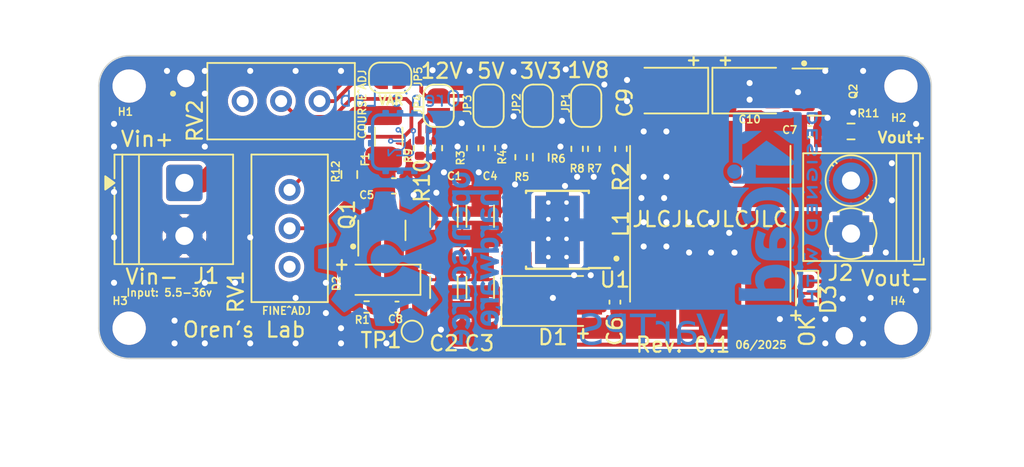
<source format=kicad_pcb>
(kicad_pcb (version 20241229) (generator "pcbnew") (generator_version "9.0")
  (title_block (title "TPS5430") (date "2021-07-17") (rev "1.1.1") (company "Max Stabel") (comment 1 "https://github.com/M4a1x/TPS5430"))
  (layers (0 "F.Cu" signal) (2 "B.Cu" signal) (13 "F.Paste" user) (15 "B.Paste" user) (5 "F.SilkS" user "F.Silkscreen") (7 "B.SilkS" user "B.Silkscreen") (1 "F.Mask" user) (3 "B.Mask" user) (25 "Edge.Cuts" user))
  (net 0 "")
  (net 1 "VCC")
  (net 2 "GND")
  (net 3 "Net-(Q1-D)")
  (net 4 "Net-(U1-BOOT)")
  (net 5 "Net-(D1-K)")
  (net 6 "VDD")
  (net 7 "Net-(D2-A)")
  (net 8 "/Feedback")
  (net 9 "Net-(D3-K)")
  (net 10 "Net-(JP1-A)")
  (net 11 "Net-(R5-Pad2)")
  (net 12 "Net-(JP2-A)")
  (net 13 "Net-(JP3-A)")
  (net 14 "Net-(JP4-A)")
  (net 15 "Net-(JP5-A)")
  (net 16 "Net-(R10-Pad1)")
  (net 17 "Net-(Q2-E)")
  (net 18 "Net-(R12-Pad1)")
  (net 19 "Net-(RV1-Pad1)")
  (net 25 "VDC")
  (footprint "Diode_SMD:D_SMA" (layer "F.Cu") (at 177 92.2)
    (property "Reference" "D1")
    (property "Value" "SS34")
  )
  (footprint "Capacitor_Tantalum_SMD:CP_EIA-3528-21_Kemet-B" (layer "F.Cu") (at 190 78.3)
    (property "Reference" "C10")
    (property "Value" "100u/6.3V")
  )
  (footprint "Jumper:SolderJumper-2_P1.3mm_Open_RoundedPad1.0x1.5mm" (layer "F.Cu") (at 166.25 77.45)
    (property "Reference" "JP5")
    (property "Value" "SolderJumper")
  )
  (footprint "Package_TO_SOT_SMD:SOT-23" (layer "F.Cu") (at 165.7 87.5375 90)
    (property "Reference" "Q1")
    (property "Value" "AO3401A")
  )
  (footprint "Jumper:SolderJumper-2_P1.3mm_Open_RoundedPad1.0x1.5mm" (layer "F.Cu") (at 169.45 79.3 90)
    (property "Reference" "JP4")
    (property "Value" "SolderJumper")
  )
  (footprint "Resistor_SMD:R_0603_1608Metric" (layer "F.Cu") (at 163.55 83.85 90)
    (property "Reference" "R12")
    (property "Value" "390")
  )
  (footprint "Capacitor_SMD:C_0402_1005Metric" (layer "F.Cu") (at 181.1 92.28 -90)
    (property "Reference" "C6")
    (property "Value" "10n")
  )
  (footprint "Potentiometer_THT:Potentiometer_Bourns_3296W_Vertical" (layer "F.Cu") (at 161.58 78.995)
    (property "Reference" "RV2")
    (property "Value" "10k")
  )
  (footprint "Capacitor_SMD:C_0402_1005Metric" (layer "F.Cu") (at 166.7 92.6)
    (property "Reference" "C8")
    (property "Value" "4n7/50V")
  )
  (footprint "MountingHole:MountingHole_2.2mm_M2_ISO7380" (layer "F.Cu") (at 200 94)
    (property "Reference" "H4")
    (property "Value" "MountingHole")
  )
  (footprint "Diode_SMD:D_MiniMELF" (layer "F.Cu") (at 165.7 90.8 180)
    (property "Reference" "D2")
    (property "Value" "ZMM5V6")
  )
  (footprint "Capacitor_SMD:C_0603_1608Metric" (layer "F.Cu") (at 166.5 84.6)
    (property "Reference" "C5")
    (property "Value" "100n/50V")
  )
  (footprint "Jumper:SolderJumper-2_P1.3mm_Open_RoundedPad1.0x1.5mm" (layer "F.Cu") (at 176 79.3 90)
    (property "Reference" "JP2")
    (property "Value" "SolderJumper")
  )
  (footprint "Resistor_SMD:R_0402_1005Metric" (layer "F.Cu") (at 171.7 82.1 -90)
    (property "Reference" "R3")
    (property "Value" "3k3")
  )
  (footprint "Capacitor_SMD:C_1206_3216Metric" (layer "F.Cu") (at 172.2 86.6 90)
    (property "Reference" "C4")
    (property "Value" "10u/50V")
  )
  (footprint "Resistor_SMD:R_0402_1005Metric" (layer "F.Cu") (at 179.7 82.15 -90)
    (property "Reference" "R7")
    (property "Value" "22k")
  )
  (footprint "Resistor_SMD:R_0402_1005Metric" (layer "F.Cu") (at 169.3 82.1 90)
    (property "Reference" "R10")
    (property "Value" "120")
  )
  (footprint "Jumper:SolderJumper-2_P1.3mm_Open_RoundedPad1.0x1.5mm" (layer "F.Cu") (at 172.75 79.3 90)
    (property "Reference" "JP3")
    (property "Value" "SolderJumper")
  )
  (footprint "footprints:Orens_Lab_Logo_5x5mm.kicad_sym" (layer "F.Cu") (at 166.731079 81.695559)
    (property "Reference" "Logo" (hide yes))
    (property "Value" "LOGO" (hide yes))
  )
  (footprint "Package_SO:TI_SO-PowerPAD-8_ThermalVias" (layer "F.Cu") (at 177.3 87.5 180)
    (property "Reference" "U1")
    (property "Value" "TPS5430DDA")
  )
  (footprint "Potentiometer_THT:Potentiometer_Bourns_3296W_Vertical" (layer "F.Cu") (at 159.6 84.86 90)
    (property "Reference" "RV1")
    (property "Value" "1k")
  )
  (footprint "Resistor_SMD:R_0603_1608Metric" (layer "F.Cu") (at 196.7 81)
    (property "Reference" "R11")
    (property "Value" "10k")
  )
  (footprint "Capacitor_SMD:C_1206_3216Metric" (layer "F.Cu") (at 172.2 91.3 -90)
    (property "Reference" "C3")
    (property "Value" "10u/50V")
  )
  (footprint "Capacitor_SMD:C_1206_3216Metric" (layer "F.Cu") (at 169.8 86.6 90)
    (property "Reference" "C1")
    (property "Value" "10u/50V")
  )
  (footprint "MountingHole:MountingHole_2.2mm_M2_ISO7380" (layer "F.Cu") (at 149 78)
    (property "Reference" "H1")
    (property "Value" "MountingHole")
  )
  (footprint "TestPoint:TestPoint_Pad_D1.0mm" (layer "F.Cu") (at 167.7 94.2)
    (property "Reference" "TP1")
    (property "Value" "TestPoint")
  )
  (footprint "Capacitor_SMD:C_1206_3216Metric" (layer "F.Cu") (at 169.8 91.3 -90)
    (property "Reference" "C2")
    (property "Value" "10u/50V")
  )
  (footprint "tps5430:L_Sunlord_MWSA1004S_10x11.5x4mm" (layer "F.Cu") (at 187.4 87.1 90)
    (property "Reference" "L1")
    (property "Value" "47u")
  )
  (footprint "Resistor_SMD:R_0402_1005Metric" (layer "F.Cu") (at 172.8 82.1 -90)
    (property "Reference" "R4")
    (property "Value" "150k")
  )
  (footprint "tps5430:ToolingHole_1.152mm" (layer "F.Cu") (at 152.75 77.5)
    (property "Reference" "REF**")
    (property "Value" "ToolingHole_1.152mm")
  )
  (footprint "MountingHole:MountingHole_2.2mm_M2_ISO7380" (layer "F.Cu") (at 200 78)
    (property "Reference" "H2")
    (property "Value" "MountingHole")
  )
  (footprint "Resistor_SMD:R_0402_1005Metric" (layer "F.Cu") (at 164.69 92.6 180)
    (property "Reference" "R1")
    (property "Value" "100k")
  )
  (footprint "Resistor_SMD:R_0402_1005Metric" (layer "F.Cu") (at 178.6 82.15 -90)
    (property "Reference" "R8")
    (property "Value" "470k")
  )
  (footprint "tps5430:ToolingHole_1.152mm" (layer "F.Cu") (at 196.25 94.5)
    (property "Reference" "REF**")
    (property "Value" "ToolingHole_1.152mm")
  )
  (footprint "Capacitor_SMD:C_0402_1005Metric" (layer "F.Cu") (at 194 81)
    (property "Reference" "C7")
    (property "Value" "10u/6.3V")
  )
  (footprint "Resistor_SMD:R_0402_1005Metric" (layer "F.Cu") (at 174.9 82.7 -90)
    (property "Reference" "R5")
    (property "Value" "5k6")
  )
  (footprint "TerminalBlock_Phoenix:TerminalBlock_Phoenix_PT-1,5-2-3.5-H_1x02_P3.50mm_Horizontal" (layer "F.Cu") (at 152.65 84.4 -90)
    (property "Reference" "J1")
    (property "Value" "Screw_Terminal_01x02")
  )
  (footprint "Jumper:SolderJumper-2_P1.3mm_Open_RoundedPad1.0x1.5mm" (layer "F.Cu") (at 179.2 79.3 90)
    (property "Reference" "JP1")
    (property "Value" "SolderJumper")
  )
  (footprint "Package_TO_SOT_SMD:SOT-23" (layer "F.Cu") (at 194.5 78.4)
    (property "Reference" "Q2")
    (property "Value" "MMBT3904")
  )
  (footprint "TerminalBlock_Phoenix:TerminalBlock_Phoenix_PT-1,5-2-3.5-H_1x02_P3.50mm_Horizontal" (layer "F.Cu") (at 196.7 87.75 90)
    (property "Reference" "J2")
    (property "Value" "Screw_Terminal_01x02")
  )
  (footprint "Resistor_SMD:R_0402_1005Metric" (layer "F.Cu") (at 181.5 82.15 90)
    (property "Reference" "R2")
    (property "Value" "10k")
  )
  (footprint "Resistor_SMD:R_0402_1005Metric" (layer "F.Cu") (at 168.2 82.1 -90)
    (property "Reference" "R9")
    (property "Value" "1k")
  )
  (footprint "Capacitor_Tantalum_SMD:CP_EIA-3528-21_Kemet-B" (layer "F.Cu") (at 184.8 78.3 180)
    (property "Reference" "C9")
    (property "Value" "100u/6.3V")
  )
  (footprint "MountingHole:MountingHole_2.2mm_M2_ISO7380" (layer "F.Cu") (at 149 94)
    (property "Reference" "H3")
    (property "Value" "MountingHole")
  )
  (footprint "Fuse:Fuse_1206_3216Metric" (layer "F.Cu") (at 166.15 81.35 -90)
    (property "Reference" "F1")
    (property "Value" "Polyfuse")
  )
  (footprint "Resistor_SMD:R_0603_1608Metric" (layer "F.Cu") (at 176.2 82.7 90)
    (property "Reference" "R6")
    (property "Value" "270")
  )
  (footprint "LED_SMD:LED_0603_1608Metric" (layer "F.Cu") (at 193.8 91.7 -90)
    (property "Reference" "D3")
    (property "Value" "LED")
  )
  (footprint "Symbol:OSHW-Logo_11.4x12mm_Copper" (layer "B.Cu") (at 167.45 89.4 -90)
    (property "Reference" "LOGO1" (hide yes))
    (property "Value" "Logo_Open_Hardware_Small" (hide yes))
  )
  (footprint "Symbol:KiCad-Logo2_5mm_Copper" (layer "B.Cu") (at 191.5 86 -90)
    (property "Reference" "REF**" (hide yes))
    (property "Value" "KiCad-Logo2_5mm_Copper" (hide yes))
  )
  (gr_circle (center 151.9 78.5) (end 152 78.5) (stroke (width 0.2)) (fill no) (layer "F.SilkS"))
  (gr_circle (center 163.8 88.6) (end 163.9 88.6) (stroke (width 0.2)) (fill no) (layer "F.SilkS"))
  (gr_circle (center 193.6 76.5) (end 193.7 76.5) (stroke (width 0.2)) (fill no) (layer "F.SilkS"))
  (gr_circle (center 181.2 89.4) (end 181.3 89.4) (stroke (width 0.2)) (fill no) (layer "F.SilkS"))
  (gr_line (start 149 96) (end 200 96) (stroke (width 0.1)) (layer "Edge.Cuts"))
  (gr_arc (start 202 94) (mid 201.414214 95.414214) (end 200 96) (stroke (width 0.1)) (layer "Edge.Cuts"))
  (gr_arc (start 147 78) (mid 147.585786 76.585786) (end 149 76) (stroke (width 0.1)) (layer "Edge.Cuts"))
  (gr_arc (start 149 96) (mid 147.585786 95.414214) (end 147 94) (stroke (width 0.1)) (layer "Edge.Cuts"))
  (gr_line (start 202 94) (end 202 78) (stroke (width 0.1)) (layer "Edge.Cuts"))
  (gr_line (start 147 78) (end 147 94) (stroke (width 0.1)) (layer "Edge.Cuts"))
  (gr_line (start 200 76) (end 149 76) (stroke (width 0.1)) (layer "Edge.Cuts"))
  (gr_arc (start 200 76) (mid 201.414214 76.585786) (end 202 78) (stroke (width 0.1)) (layer "Edge.Cuts"))
  (gr_text "VarTPS" (at 183.5 94.25 0) (layer "B.Cu") (effects (font (size 2 2) (thickness 0.127)) (justify mirror)))
  (gr_text "Oren's Lab" (at 166.9 78.85 0) (layer "B.Cu") (effects (font (size 1 1) (thickness 0.127)) (justify mirror)))
  (gr_text "5V" (at 172.9 77 0) (layer "F.SilkS") (effects (font (size 1 1))))
  (gr_text "+" (at 186.3 76.25 0) (layer "F.SilkS") (effects (font (size 0.8 0.8))))
  (gr_text "Vin-" (at 150.5 90.6 0) (layer "F.SilkS") (effects (font (size 1 1))))
  (gr_text "Oren's Lab" (at 156.6 94.1 0) (layer "F.SilkS") (effects (font (size 1 1))))
  (gr_text "FINE^ADJ" (at 159.4 92.85 0) (layer "F.SilkS") (effects (font (size 0.5 0.5) (thickness 0.1) (bold yes))))
  (gr_text "COURSE^ADJ" (at 164.4 79.2 90) (layer "F.SilkS") (effects (font (size 0.5 0.5) (thickness 0.1) (bold yes))))
  (gr_text "Vout+" (at 200.05 81.4 0) (layer "F.SilkS") (effects (font (size 0.7 0.7))))
  (gr_text "+" (at 179 94.3 0) (layer "F.SilkS") (effects (font (size 0.8 0.8))))
  (gr_text "1V8" (at 179.35 76.95 0) (layer "F.SilkS") (effects (font (size 1 1))))
  (gr_text "06/2025" (at 190.75 95.1 0) (layer "F.SilkS") (effects (font (size 0.5 0.5) (thickness 0.1) (bold yes))))
  (gr_text "JLCJLCJLCJLC" (at 187.4 86.8 0) (layer "F.SilkS") (effects (font (size 1 1))))
  (gr_text "Vin+" (at 150.2 81.5 0) (layer "F.SilkS") (effects (font (size 1 1))))
  (gr_text "+" (at 163.05 89.75 0) (layer "F.SilkS") (effects (font (size 0.8 0.8))))
  (gr_text "Input: 5.5-36v" (at 151.65 91.65 0) (layer "F.SilkS") (effects (font (size 0.5 0.5) (thickness 0.1) (bold yes))))
  (gr_text "+" (at 193.05 93.1 0) (layer "F.SilkS") (effects (font (size 0.8 0.8))))
  (gr_text "Vout-" (at 199.6 90.7 0) (layer "F.SilkS") (effects (font (size 1 1))))
  (gr_text "+" (at 188.4 76.25 0) (layer "F.SilkS") (effects (font (size 0.8 0.8))))
  (gr_text "12V\n" (at 169.65 77 0) (layer "F.SilkS") (effects (font (size 1 1))))
  (gr_text "VAR" (at 166.3 78.95 0) (layer "F.SilkS") (effects (font (size 0.6 0.6))))
  (gr_text "OK" (at 193.8 94.2 90) (layer "F.SilkS") (effects (font (size 1 1))))
  (gr_text "3V3" (at 176.2 77 0) (layer "F.SilkS") (effects (font (size 1 1))))
  (gr_text "Rev. 0.1" (at 185.6 95.1 0) (layer "F.SilkS") (effects (font (size 1 1))))
  (segment (start 169.1 95.6) (end 167.7 94.2) (width 0.25) (layer "F.Cu") (net 1))
  (segment (start 167.45 90.8) (end 168.2 91.55) (width 1) (layer "F.Cu") (net 1))
  (segment (start 166.65 88.475) (end 166.65 90) (width 1) (layer "F.Cu") (net 1))
  (segment (start 192.4 95.6) (end 169.1 95.6) (width 0.25) (layer "F.Cu") (net 1))
  (segment (start 193.8 92.4875) (end 193.8 94.2) (width 0.25) (layer "F.Cu") (net 1))
  (segment (start 168.2 91.55) (end 168.199999 93.700001) (width 1) (layer "F.Cu") (net 1))
  (segment (start 193.8 94.2) (end 192.4 95.6) (width 0.25) (layer "F.Cu") (net 1))
  (segment (start 166.65 90) (end 167.45 90.8) (width 1) (layer "F.Cu") (net 1))
  (segment (start 168.199999 93.700001) (end 167.7 94.2) (width 1) (layer "F.Cu") (net 1))
  (via (at 196.85 79.75) (size 0.8) (drill 0.4) (layers "F.Cu" "B.Cu") (net 2))
  (via (at 187.45 87) (size 0.8) (drill 0.4) (layers "F.Cu" "B.Cu") (net 2))
  (via (at 184.5 84) (size 0.8) (drill 0.4) (layers "F.Cu" "B.Cu") (net 2))
  (via (at 163 77) (size 0.8) (drill 0.4) (layers "F.Cu" "B.Cu") (net 2))
  (via (at 177.85 76.9) (size 0.8) (drill 0.4) (layers "F.Cu" "B.Cu") (net 2))
  (via (at 196.15 92.05) (size 0.8) (drill 0.4) (layers "F.Cu" "B.Cu") (net 2))
  (via (at 157 95) (size 0.8) (drill 0.4) (layers "F.Cu" "B.Cu") (net 2))
  (via (at 160 92) (size 0.8) (drill 0.4) (layers "F.Cu" "B.Cu") (net 2))
  (via (at 160 77) (size 0.8) (drill 0.4) (layers "F.Cu" "B.Cu") (net 2))
  (via (at 166 95) (size 0.8) (drill 0.4) (layers "F.Cu" "B.Cu") (net 2))
  (via (at 148 82) (size 0.8) (drill 0.4) (layers "F.Cu" "B.Cu") (net 2))
  (via (at 174.4 80) (size 0.8) (drill 0.4) (layers "F.Cu" "B.Cu") (net 2))
  (via (at 193.2 78.4) (size 0.8) (drill 0.4) (layers "F.Cu" "B.Cu") (net 2))
  (via (at 186 87) (size 0.8) (drill 0.4) (layers "F.Cu" "B.Cu") (net 2))
  (via (at 198 92) (size 0.8) (drill 0.4) (layers "F.Cu" "B.Cu") (net 2))
  (via (at 163 95) (size 0.8) (drill 0.4) (layers "F.Cu" "B.Cu") (net 2))
  (via (at 177.6 80.3) (size 0.8) (drill 0.4) (layers "F.Cu" "B.Cu") (net 2))
  (via (at 195.15 80.1) (size 0.8) (drill 0.4) (layers "F.Cu" "B.Cu") (net 2))
  (via (at 178.4 90.5) (size 0.8) (drill 0.4) (layers "F.Cu" "B.Cu") (net 2))
  (via (at 182.85 85.4) (size 0.8) (drill 0.4) (layers "F.Cu" "B.Cu") (net 2))
  (via (at 201 91.5) (size 0.8) (drill 0.4) (layers "F.Cu" "B.Cu") (net 2))
  (via (at 152 95) (size 0.8) (drill 0.4) (layers "F.Cu" "B.Cu") (net 2))
  (via (at 162 93) (size 0.8) (drill 0.4) (layers "F.Cu" "B.Cu") (net 2))
  (via (at 154 78.5) (size 0.8) (drill 0.4) (layers "F.Cu" "B.Cu") (net 2))
  (via (at 187.45 89) (size 0.8) (drill 0.4) (layers "F.Cu" "B.Cu") (net 2))
  (via (at 157 88) (size 0.8) (drill 0.4) (layers "F.Cu" "B.Cu") (net 2))
  (via (at 160 95) (size 0.8) (drill 0.4) (layers "F.Cu" "B.Cu") (net 2))
  (via (at 171.5 77) (size 0.8) (drill 0.4) (layers "F.Cu" "B.Cu") (net 2))
  (via (at 181.9 77.6) (size 0.8) (drill 0.4) (layers "F.Cu" "B.Cu") (net 2))
  (via (at 177 92) (size 0.8) (drill 0.4) (layers "F.Cu" "B.Cu") (net 2))
  (via (at 188.65 87.7) (size 0.8) (drill 0.4) (layers "F.Cu" "B.Cu") (net 2))
  (via (at 154 91) (size 0.8) (drill 0.4) (layers "F.Cu" "B.Cu") (net 2))
  (via (at 157 77) (size 0.8) (drill 0.4) (layers "F.Cu" "B.Cu") (net 2))
  (via (at 184.5 87) (size 0.8) (drill 0.4) (layers "F.Cu" "B.Cu") (net 2))
  (via (at 195 95) (size 0.8) (drill 0.4) (layers "F.Cu" "B.Cu") (net 2))
  (via (at 189 89) (size 0.8) (drill 0.4) (layers "F.Cu" "B.Cu") (net 2))
  (via (at 148 80.5) (size 0.8) (drill 0.4) (layers "F.Cu" "B.Cu") (net 2))
  (via (at 148 85) (size 0.8) (drill 0.4) (layers "F.Cu" "B.Cu") (net 2))
  (via (at 151.5 77) (size 0.8) (drill 0.4) (layers "F.Cu" "B.Cu") (net 2))
  (via (at 183 81) (size 0.8) (drill 0.4) (layers "F.Cu" "B.Cu") (net 2))
  (via (at 152 93.5) (size 0.8) (drill 0.4) (layers "F.Cu" "B.Cu") (net 2))
  (via (at 201 80.5) (size 0.8) (drill 0.4) (layers "F.Cu" "B.Cu") (net 2))
  (via (at 199.4 85.55) (size 0.8) (drill 0.4) (layers "F.Cu" "B.Cu") (net 2))
  (via (at 179.7 84) (size 0.8) (drill 0.4) (layers "F.Cu" "B.Cu") (net 2))
  (via (at 184.5 81) (size 0.8) (drill 0.4) (layers "F.Cu" "B.Cu") (net 2))
  (via (at 169.05 76.95) (size 0.8) (drill 0.4) (layers "F.Cu" "B.Cu") (net 2))
  (via (at 181.9 79) (size 0.8) (drill 0.4) (layers "F.Cu" "B.Cu") (net 2))
  (via (at 199.4 83.1) (size 0.8) (drill 0.4) (layers "F.Cu" "B.Cu") (net 2))
  (via (at 170.975 80.45) (size 0.8) (drill 0.4) (layers "F.Cu" "B.Cu") (net 2))
  (via (at 178.6 84) (size 0.8) (drill 0.4) (layers "F.Cu" "B.Cu") (net 2))
  (via (at 148 88) (size 0.8) (drill 0.4) (layers "F.Cu" "B.Cu") (net 2))
  (via (at 162 91) (size 0.8) (drill 0.4) (layers "F.Cu" "B.Cu") (net 2))
  (via (at 199 89) (size 0.8) (drill 0.4) (layers "F.Cu" "B.Cu") (net 2))
  (via (at 154 77) (size 0.8) (drill 0.4) (layers "F.Cu" "B.Cu") (net 2))
  (via (at 186 89) (size 0.8) (drill 0.4) (layers "F.Cu" "B.Cu") (net 2))
  (via (at 156 91) (size 0.8) (drill 0.4) (layers "F.Cu" "B.Cu") (net 2))
  (via (at 174.4 77.05) (size 0.8) (drill 0.4) (layers "F.Cu" "B.Cu") (net 2))
  (via (at 197.5 93.4) (size 0.8) (drill 0.4) (layers "F.Cu" "B.Cu") (net 2))
  (via (at 195 77) (size 0.8) (drill 0.4) (layers "F.Cu" "B.Cu") (net 2))
  (via (at 169.6 94.1) (size 0.8) (drill 0.4) (layers "F.Cu" "B.Cu") (net 2))
  (via (at 172.1 83.7) (size 0.8) (drill 0.4) (layers "F.Cu" "B.Cu") (net 2))
  (via (at 154 82) (size 0.8) (drill 0.4) (layers "F.Cu" "B.Cu") (net 2))
  (via (at 183 84) (size 0.8) (drill 0.4) (layers "F.Cu" "B.Cu") (net 2))
  (via (at 167.8 85.2) (size 0.8) (drill 0.4) (layers "F.Cu" "B.Cu") (net 2))
  (via (at 169.8 83.7) (size 0.8) (drill 0.4) (layers "F.Cu" "B.Cu") (net 2))
  (via (at 190 78.9) (size 0.8) (drill 0.4) (layers "F.Cu" "B.Cu") (net 2))
  (via (at 190 77.8) (size 0.8) (drill 0.4) (layers "F.Cu" "B.Cu") (net 2))
  (via (at 184.35 85.4) (size 0.8) (drill 0.4) (layers "F.Cu" "B.Cu") (net 2))
  (via (at 154 95) (size 0.8) (drill 0.4) (layers "F.Cu" "B.Cu") (net 2))
  (via (at 192 93.4) (size 0.8) (drill 0.4) (layers "F.Cu" "B.Cu") (net 2))
  (via (at 174.5 84.5) (size 0.8) (drill 0.4) (layers "F.Cu" "B.Cu") (net 2))
  (via (at 179.5 90.5) (size 0.8) (drill 0.4) (layers "F.Cu" "B.Cu") (net 2))
  (via (at 148 91) (size 0.8) (drill 0.4) (layers "F.Cu" "B.Cu") (net 2))
  (via (at 184.5 88.6) (size 0.8) (drill 0.4) (layers "F.Cu" "B.Cu") (net 2))
  (via (at 173.8 82) (size 0.8) (drill 0.4) (layers "F.Cu" "B.Cu") (net 2))
  (via (at 195 93.4) (size 0.8) (drill 0.4) (layers "F.Cu" "B.Cu") (net 2))
  (via (at 177.8 84.6) (size 0.8) (drill 0.4) (layers "F.Cu" "B.Cu") (net 2))
  (via (at 163 94) (size 0.8) (drill 0.4) (layers "F.Cu" "B.Cu") (net 2))
  (via (at 197.5 95) (size 0.8) (drill 0.4) (layers "F.Cu" "B.Cu") (net 2))
  (via (at 170.7 82) (size 0.8) (drill 0.4) (layers "F.Cu" "B.Cu") (net 2))
  (via (at 177.5 82) (size 0.8) (drill 0.4) (layers "F.Cu" "B.Cu") (net 2))
  (via (at 169.3 85.05) (size 0.8) (drill 0.4) (layers "F.Cu" "B.Cu") (net 2))
  (via (at 183 87) (size 0.8) (drill 0.4) (layers "F.Cu" "B.Cu") (net 2))
  (via (at 183 88.6) (size 0.8) (drill 0.4) (layers "F.Cu" "B.Cu") (net 2))
  (via (at 197.5 77) (size 0.8) (drill 0.4) (layers "F.Cu" "B.Cu") (net 2))
  (via (at 180.4 77.9) (size 0.8) (drill 0.4) (layers "F.Cu" "B.Cu") (net 2))
  (segment (start 181.1 90.505) (end 180 89.405) (width 0.25) (layer "F.Cu") (net 4))
  (segment (start 181.1 91.8) (end 181.1 90.505) (width 0.25) (layer "F.Cu") (net 4))
  (segment (start 187.09 82.66) (end 187.4 82.35) (width 0.25) (layer "F.Cu") (net 6))
  (segment (start 181.5 82.66) (end 187.09 82.66) (width 0.25) (layer "F.Cu") (net 6))
  (segment (start 165.2 92.6) (end 166.199 92.6) (width 1) (layer "F.Cu") (net 7))
  (segment (start 165.2 92.05) (end 163.95 90.8) (width 1) (layer "F.Cu") (net 7))
  (segment (start 165.2 92.6) (end 165.2 92.05) (width 1) (layer "F.Cu") (net 7))
  (segment (start 181.175489 79.875365) (end 181.5 80.199876) (width 0.25) (layer "F.Cu") (net 8))
  (segment (start 192.4125 76.3) (end 181.5 76.3) (width 0.25) (layer "F.Cu") (net 8))
  (segment (start 181.5 81.64) (end 180.8 82.34) (width 0.25) (layer "F.Cu") (net 8))
  (segment (start 167.95 77.6) (end 168.3 77.95) (width 0.25) (layer "F.Cu") (net 8))
  (segment (start 174.2 78.65) (end 169.2 78.65) (width 0.25) (layer "F.Cu") (net 8))
  (segment (start 181.175489 76.624511) (end 181.175489 79.875365) (width 0.25) (layer "F.Cu") (net 8))
  (segment (start 168.3 78.35) (end 168.6 78.65) (width 0.25) (layer "F.Cu") (net 8))
  (segment (start 180.8 84.795) (end 180 85.595) (width 0.25) (layer "F.Cu") (net 8))
  (segment (start 168.6 78.65) (end 169.45 78.65) (width 0.25) (layer "F.Cu") (net 8))
  (segment (start 181.5 81.64) (end 181.5 80.199876) (width 0.25) (layer "F.Cu") (net 8))
  (segment (start 193.5625 77.45) (end 192.4125 76.3) (width 0.25) (layer "F.Cu") (net 8))
  (segment (start 181.5 76.3) (end 181.175489 76.624511) (width 0.25) (layer "F.Cu") (net 8))
  (segment (start 180.8 82.34) (end 180.8 84.795) (width 0.25) (layer "F.Cu") (net 8))
  (segment (start 181.5 80.199876) (end 179.950124 78.65) (width 0.25) (layer "F.Cu") (net 8))
  (segment (start 166.75 77.6) (end 167.95 77.6) (width 0.25) (layer "F.Cu") (net 8))
  (segment (start 179.2 78.65) (end 174.2 78.65) (width 0.25) (layer "F.Cu") (net 8))
  (segment (start 168.3 77.95) (end 168.3 78.35) (width 0.25) (layer "F.Cu") (net 8))
  (segment (start 179.950124 78.65) (end 179.2 78.65) (width 0.25) (layer "F.Cu") (net 8))
  (segment (start 198.112114 90.9125) (end 193.8 90.9125) (width 0.25) (layer "F.Cu") (net 9))
  (segment (start 196.9 78.4) (end 201.6 83.1) (width 0.25) (layer "F.Cu") (net 9))
  (segment (start 201.6 83.1) (end 201.6 87.424614) (width 0.25) (layer "F.Cu") (net 9))
  (segment (start 201.6 87.424614) (end 198.112114 90.9125) (width 0.25) (layer "F.Cu") (net 9))
  (segment (start 195.4375 78.4) (end 196.9 78.4) (width 0.25) (layer "F.Cu") (net 9))
  (segment (start 179.7 81.64) (end 179.7 80.45) (width 0.25) (layer "F.Cu") (net 10))
  (segment (start 178.6 81.64) (end 179.7 81.64) (width 0.25) (layer "F.Cu") (net 10))
  (segment (start 179.7 80.45) (end 179.2 79.95) (width 0.25) (layer "F.Cu") (net 10))
  (segment (start 174.9 83.21) (end 175.885 83.21) (width 0.25) (layer "F.Cu") (net 11))
  (segment (start 174.9 82.19) (end 174.9 80.75) (width 0.25) (layer "F.Cu") (net 12))
  (segment (start 174.9 80.75) (end 175.7 79.95) (width 0.25) (layer "F.Cu") (net 12))
  (segment (start 171.7 81.59) (end 171.7 80.45) (width 0.25) (layer "F.Cu") (net 13))
  (segment (start 171.7 80.45) (end 172.2 79.95) (width 0.25) (layer "F.Cu") (net 13))
  (segment (start 171.7 81.59) (end 172.8 81.59) (width 0.25) (layer "F.Cu") (net 13))
  (segment (start 168.7 79.95) (end 168.2 80.45) (width 0.25) (layer "F.Cu") (net 14))
  (segment (start 168.2 80.45) (end 168.2 81.49) (width 0.25) (layer "F.Cu") (net 14))
  (segment (start 161.58 78.995) (end 162.598233 78.995) (width 0.25) (layer "F.Cu") (net 15))
  (segment (start 162.598233 78.995) (end 163.993233 77.6) (width 0.25) (layer "F.Cu") (net 15))
  (segment (start 163.993233 77.6) (end 165.45 77.6) (width 0.25) (layer "F.Cu") (net 15))
  (segment (start 168.29 82.6) (end 169.21 82.6) (width 0.25) (layer "F.Cu") (net 16))
  (segment (start 169.21 82.6) (end 169.3 82.51) (width 0.25) (layer "F.Cu") (net 16))
  (segment (start 168.2 82.51) (end 168.29 82.6) (width 0.25) (layer "F.Cu") (net 16))
  (segment (start 193.5625 79.35) (end 193.637011 79.275489) (width 0.25) (layer "F.Cu") (net 17))
  (segment (start 193.637011 79.275489) (end 195.475489 79.275489) (width 0.25) (layer "F.Cu") (net 17))
  (segment (start 195.475489 79.275489) (end 195.875 79.675) (width 0.25) (layer "F.Cu") (net 17))
  (segment (start 195.875 79.675) (end 195.875 81) (width 0.25) (layer "F.Cu") (net 17))
  (segment (start 159.6 87.4) (end 160.825 87.4) (width 0.25) (layer "F.Cu") (net 18))
  (segment (start 160.825 87.4) (end 163.55 84.675) (width 0.25) (layer "F.Cu") (net 18))
  (segment (start 167.65 79.2) (end 167.65 80.85) (width 0.25) (layer "F.Cu") (net 19))
  (segment (start 167.65 80.85) (end 167.15 81.35) (width 0.25) (layer "F.Cu") (net 19))
  (segment (start 163.678306 78.85) (end 167.3 78.85) (width 0.25) (layer "F.Cu") (net 19))
  (segment (start 162.487306 80.041) (end 163.678306 78.85) (width 0.25) (layer "F.Cu") (net 19))
  (segment (start 167.15 81.35) (end 164.55 81.35) (width 0.25) (layer "F.Cu") (net 19))
  (segment (start 159.04 78.995) (end 160.086 80.041) (width 0.25) (layer "F.Cu") (net 19))
  (segment (start 162.161 82.299) (end 159.6 84.86) (width 0.25) (layer "F.Cu") (net 19))
  (segment (start 163.601 82.299) (end 162.161 82.299) (width 0.25) (layer "F.Cu") (net 19))
  (segment (start 160.086 80.041) (end 162.487306 80.041) (width 0.25) (layer "F.Cu") (net 19))
  (segment (start 167.3 78.85) (end 167.65 79.2) (width 0.25) (layer "F.Cu") (net 19))
  (segment (start 164.55 81.35) (end 163.601 82.299) (width 0.25) (layer "F.Cu") (net 19))
  (segment (start 153.849999 84.4) (end 157.099999 81.15) (width 1.25) (layer "F.Cu") (net 25))
  (segment (start 157.099999 81.15) (end 162.9 81.15) (width 1.25) (layer "F.Cu") (net 25))
  (segment (start 164.1 79.95) (end 166.15 79.95) (width 1.25) (layer "F.Cu") (net 25))
  (segment (start 162.9 81.15) (end 164.1 79.95) (width 1.25) (layer "F.Cu") (net 25))
  (segment (start 152.65 84.4) (end 153.849999 84.4) (width 1.25) (layer "F.Cu") (net 25))
  (zone (net 5) (net_name "Net-(D1-K)") (layer "F.Cu") (priority 5) (connect_pads (clearance 0.1)) (min_thickness 0.25) (fill yes (thermal_gap 0.2) (thermal_bridge_width 1.5))
    (polygon (pts (xy 175.5 90) (xy 176.5 90) (xy 176.5 91.1) (xy 176.5 93.3) (xy 180.5 93.3) (xy 180.5 92.3) (xy 181.7 92.3) (xy 181.7 89.6) (xy 189.6 89.6) (xy 189.6 94.7) (xy 173.6 94.7) (xy 173.6 90) (xy 175.7 90)))
  )
  (zone (net 5) (net_name "Net-(D1-K)") (layer "F.Cu") (priority 5) (connect_pads yes (clearance 0.1)) (min_thickness 0.25) (fill yes (thermal_gap 0.2) (thermal_bridge_width 1.5))
    (polygon (pts (xy 175.6 90) (xy 173.6 90) (xy 173.6 88.9) (xy 175.6 88.9)))
  )
  (zone (net 3) (net_name "Net-(Q1-D)") (layer "F.Cu") (priority 5) (connect_pads yes (clearance 0.254)) (min_thickness 1) (fill yes (thermal_gap 0.5) (thermal_bridge_width 1.5))
    (polygon (pts (xy 166.8 83.7) (xy 166.6 83.7) (xy 166.6 87.3) (xy 164.6 87.3) (xy 164.6 82) (xy 166.8 82)))
  )
  (zone (net 6) (net_name "VDD") (layer "F.Cu") (priority 5) (connect_pads (clearance 0.254)) (min_thickness 0.1) (fill yes (thermal_gap 0.25) (thermal_bridge_width 2))
    (polygon (pts (xy 189.2 79.6) (xy 194 79.6) (xy 194 82.3) (xy 198.4 82.3) (xy 198.3 86) (xy 185.1 86) (xy 185.1 84.7) (xy 185.1 84.6) (xy 185.1 77.6) (xy 189.2 77.6)))
  )
  (zone (net 7) (net_name "Net-(D2-A)") (layer "F.Cu") (priority 5) (connect_pads yes (clearance 0.2)) (min_thickness 1) (fill yes (thermal_gap 0.5) (thermal_bridge_width 1.5))
    (polygon (pts (xy 165.65 92) (xy 166.5 92) (xy 166.5 93.1) (xy 164.7 93.1) (xy 164.7 91.9) (xy 163 91.9) (xy 163 89.6) (xy 164.2 89.6) (xy 164.2 87.7) (xy 165.65 87.7)))
  )
  (zone (net 1) (net_name "VCC") (layer "F.Cu") (priority 5) (connect_pads (clearance 0.2)) (min_thickness 0.1) (fill yes (thermal_gap 0.3) (thermal_bridge_width 1.5) (smoothing fillet) (radius 0.5))
    (polygon (pts (xy 173.7 87.8) (xy 175.6 87.8) (xy 175.6 88.6) (xy 173.2 88.6) (xy 173.2 90.9) (xy 168.6 90.9) (xy 168.6 92.05) (xy 166.9 92.05) (xy 166.9 91.7) (xy 165.85 91.7) (xy 165.85 87.7) (xy 166.9 87.7) (xy 166.9 86.9) (xy 173.7 86.9)))
  )
  (zone (net 2) (net_name "GND") (layers "F.Cu" "B.Cu") (connect_pads (clearance 0.254)) (min_thickness 0.1) (fill yes (thermal_gap 0.254) (thermal_bridge_width 1.5))
    (polygon (pts (xy 202 96) (xy 147 96) (xy 147 76) (xy 202 76)))
  )
)
</source>
